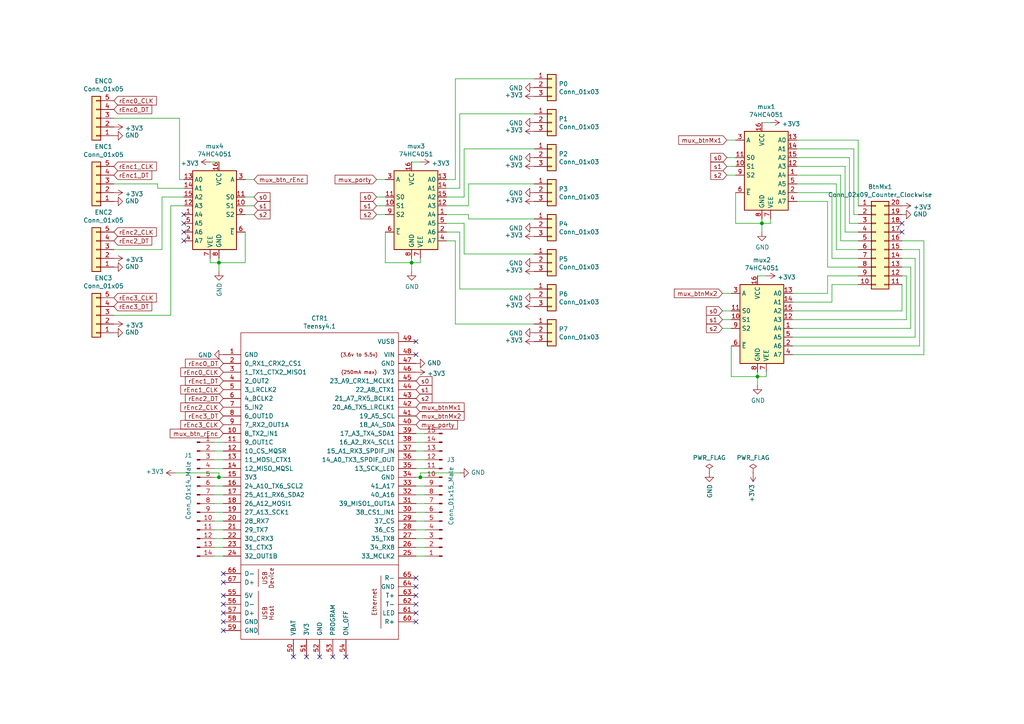
<source format=kicad_sch>
(kicad_sch (version 20211123) (generator eeschema)
  (paper "A4")
  (title_block (title "A³ Motion - Mainboard") (date "2021-08-04") (rev "v0.1") (company "A3 Audio UG (haftungsbeschränkt)") (comment 3 "https://github.com/a3-audio/a3-hardware") (comment 4 "Licensed under CERN-OHL-S v2"))
  (lib_symbols
    (symbol "controller_motion_pcb-rescue:+3.3V-power" (power) (pin_names (offset 0))
      (property "Value" "+3.3V-power" (at 0 3.556 0))
      (symbol "+3.3V-power_0_1"
        (polyline (pts (xy -0.762 1.27) (xy 0 2.54)))
        (polyline (pts (xy 0 0) (xy 0 2.54)))
        (polyline (pts (xy 0 2.54) (xy 0.762 1.27)))
      )
      (symbol "+3.3V-power_1_1"
        (pin power_in line (at 0 0 90) (length 0) hide (name "+3V3") (number "1"))
      )
    )
    (symbol "controller_motion_pcb-rescue:74HC4051-74xx"
      (property "Reference" "U" (at -5.08 11.43 0))
      (property "Value" "74HC4051-74xx" (at -7.62 -13.97 0))
      (symbol "74HC4051-74xx_0_1"
        (rectangle (start -5.08 10.16) (end 7.62 -12.7) (stroke (width 0.254)) (fill (type background)))
      )
      (symbol "74HC4051-74xx_1_1"
        (pin passive line (at 10.16 -2.54 180) (length 2.54) (name "A4") (number "1"))
        (pin input line (at -7.62 0 0) (length 2.54) (name "S1") (number "10"))
        (pin input line (at -7.62 2.54 0) (length 2.54) (name "S0") (number "11"))
        (pin passive line (at 10.16 0 180) (length 2.54) (name "A3") (number "12"))
        (pin passive line (at 10.16 7.62 180) (length 2.54) (name "A0") (number "13"))
        (pin passive line (at 10.16 5.08 180) (length 2.54) (name "A1") (number "14"))
        (pin passive line (at 10.16 2.54 180) (length 2.54) (name "A2") (number "15"))
        (pin power_in line (at 0 12.7 270) (length 2.54) (name "VCC") (number "16"))
        (pin passive line (at 10.16 -7.62 180) (length 2.54) (name "A6") (number "2"))
        (pin passive line (at -7.62 7.62 0) (length 2.54) (name "A") (number "3"))
        (pin passive line (at 10.16 -10.16 180) (length 2.54) (name "A7") (number "4"))
        (pin passive line (at 10.16 -5.08 180) (length 2.54) (name "A5") (number "5"))
        (pin input line (at -7.62 -7.62 0) (length 2.54) (name "~{E}") (number "6"))
        (pin power_in line (at 2.54 -15.24 90) (length 2.54) (name "VEE") (number "7"))
        (pin power_in line (at 0 -15.24 90) (length 2.54) (name "GND") (number "8"))
        (pin input line (at -7.62 -2.54 0) (length 2.54) (name "S2") (number "9"))
      )
    )
    (symbol "controller_motion_pcb-rescue:Conn_01x03-Connector_Generic" (pin_names (offset 1.016) hide)
      (property "Reference" "J" (at 0 5.08 0))
      (property "Value" "Conn_01x03-Connector_Generic" (at 0 -5.08 0))
      (symbol "Conn_01x03-Connector_Generic_1_1"
        (rectangle (start -1.27 -2.413) (end 0 -2.667) (stroke (width 0.1524)))
        (rectangle (start -1.27 0.127) (end 0 -0.127) (stroke (width 0.1524)))
        (rectangle (start -1.27 2.667) (end 0 2.413) (stroke (width 0.1524)))
        (rectangle (start -1.27 3.81) (end 1.27 -3.81) (stroke (width 0.254)) (fill (type background)))
        (pin passive line (at -5.08 2.54 0) (length 3.81) (name "Pin_1") (number "1"))
        (pin passive line (at -5.08 0 0) (length 3.81) (name "Pin_2") (number "2"))
        (pin passive line (at -5.08 -2.54 0) (length 3.81) (name "Pin_3") (number "3"))
      )
    )
    (symbol "controller_motion_pcb-rescue:Conn_01x05-Connector_Generic" (pin_names (offset 1.016) hide)
      (property "Reference" "J" (at 0 7.62 0))
      (property "Value" "Conn_01x05-Connector_Generic" (at 0 -7.62 0))
      (symbol "Conn_01x05-Connector_Generic_1_1"
        (rectangle (start -1.27 -4.953) (end 0 -5.207) (stroke (width 0.1524)))
        (rectangle (start -1.27 -2.413) (end 0 -2.667) (stroke (width 0.1524)))
        (rectangle (start -1.27 0.127) (end 0 -0.127) (stroke (width 0.1524)))
        (rectangle (start -1.27 2.667) (end 0 2.413) (stroke (width 0.1524)))
        (rectangle (start -1.27 5.207) (end 0 4.953) (stroke (width 0.1524)))
        (rectangle (start -1.27 6.35) (end 1.27 -6.35) (stroke (width 0.254)) (fill (type background)))
        (pin passive line (at -5.08 5.08 0) (length 3.81) (name "Pin_1") (number "1"))
        (pin passive line (at -5.08 2.54 0) (length 3.81) (name "Pin_2") (number "2"))
        (pin passive line (at -5.08 0 0) (length 3.81) (name "Pin_3") (number "3"))
        (pin passive line (at -5.08 -2.54 0) (length 3.81) (name "Pin_4") (number "4"))
        (pin passive line (at -5.08 -5.08 0) (length 3.81) (name "Pin_5") (number "5"))
      )
    )
    (symbol "controller_motion_pcb-rescue:Conn_01x14_Male-Connector" (pin_names (offset 1.016) hide)
      (property "Reference" "J" (at 0 17.78 0))
      (property "Value" "Conn_01x14_Male-Connector" (at 0 -20.32 0))
      (symbol "Conn_01x14_Male-Connector_1_1"
        (polyline (pts (xy 1.27 -17.78) (xy 0.8636 -17.78)) (stroke (width 0.1524)))
        (polyline (pts (xy 1.27 -15.24) (xy 0.8636 -15.24)) (stroke (width 0.1524)))
        (polyline (pts (xy 1.27 -12.7) (xy 0.8636 -12.7)) (stroke (width 0.1524)))
        (polyline (pts (xy 1.27 -10.16) (xy 0.8636 -10.16)) (stroke (width 0.1524)))
        (polyline (pts (xy 1.27 -7.62) (xy 0.8636 -7.62)) (stroke (width 0.1524)))
        (polyline (pts (xy 1.27 -5.08) (xy 0.8636 -5.08)) (stroke (width 0.1524)))
        (polyline (pts (xy 1.27 -2.54) (xy 0.8636 -2.54)) (stroke (width 0.1524)))
        (polyline (pts (xy 1.27 0) (xy 0.8636 0)) (stroke (width 0.1524)))
        (polyline (pts (xy 1.27 2.54) (xy 0.8636 2.54)) (stroke (width 0.1524)))
        (polyline (pts (xy 1.27 5.08) (xy 0.8636 5.08)) (stroke (width 0.1524)))
        (polyline (pts (xy 1.27 7.62) (xy 0.8636 7.62)) (stroke (width 0.1524)))
        (polyline (pts (xy 1.27 10.16) (xy 0.8636 10.16)) (stroke (width 0.1524)))
        (polyline (pts (xy 1.27 12.7) (xy 0.8636 12.7)) (stroke (width 0.1524)))
        (polyline (pts (xy 1.27 15.24) (xy 0.8636 15.24)) (stroke (width 0.1524)))
        (rectangle (start 0.8636 -17.653) (end 0 -17.907) (stroke (width 0.1524)) (fill (type outline)))
        (rectangle (start 0.8636 -15.113) (end 0 -15.367) (stroke (width 0.1524)) (fill (type outline)))
        (rectangle (start 0.8636 -12.573) (end 0 -12.827) (stroke (width 0.1524)) (fill (type outline)))
        (rectangle (start 0.8636 -10.033) (end 0 -10.287) (stroke (width 0.1524)) (fill (type outline)))
        (rectangle (start 0.8636 -7.493) (end 0 -7.747) (stroke (width 0.1524)) (fill (type outline)))
        (rectangle (start 0.8636 -4.953) (end 0 -5.207) (stroke (width 0.1524)) (fill (type outline)))
        (rectangle (start 0.8636 -2.413) (end 0 -2.667) (stroke (width 0.1524)) (fill (type outline)))
        (rectangle (start 0.8636 0.127) (end 0 -0.127) (stroke (width 0.1524)) (fill (type outline)))
        (rectangle (start 0.8636 2.667) (end 0 2.413) (stroke (width 0.1524)) (fill (type outline)))
        (rectangle (start 0.8636 5.207) (end 0 4.953) (stroke (width 0.1524)) (fill (type outline)))
        (rectangle (start 0.8636 7.747) (end 0 7.493) (stroke (width 0.1524)) (fill (type outline)))
        (rectangle (start 0.8636 10.287) (end 0 10.033) (stroke (width 0.1524)) (fill (type outline)))
        (rectangle (start 0.8636 12.827) (end 0 12.573) (stroke (width 0.1524)) (fill (type outline)))
        (rectangle (start 0.8636 15.367) (end 0 15.113) (stroke (width 0.1524)) (fill (type outline)))
        (pin passive line (at 5.08 15.24 180) (length 3.81) (name "Pin_1") (number "1"))
        (pin passive line (at 5.08 -7.62 180) (length 3.81) (name "Pin_10") (number "10"))
        (pin passive line (at 5.08 -10.16 180) (length 3.81) (name "Pin_11") (number "11"))
        (pin passive line (at 5.08 -12.7 180) (length 3.81) (name "Pin_12") (number "12"))
        (pin passive line (at 5.08 -15.24 180) (length 3.81) (name "Pin_13") (number "13"))
        (pin passive line (at 5.08 -17.78 180) (length 3.81) (name "Pin_14") (number "14"))
        (pin passive line (at 5.08 12.7 180) (length 3.81) (name "Pin_2") (number "2"))
        (pin passive line (at 5.08 10.16 180) (length 3.81) (name "Pin_3") (number "3"))
        (pin passive line (at 5.08 7.62 180) (length 3.81) (name "Pin_4") (number "4"))
        (pin passive line (at 5.08 5.08 180) (length 3.81) (name "Pin_5") (number "5"))
        (pin passive line (at 5.08 2.54 180) (length 3.81) (name "Pin_6") (number "6"))
        (pin passive line (at 5.08 0 180) (length 3.81) (name "Pin_7") (number "7"))
        (pin passive line (at 5.08 -2.54 180) (length 3.81) (name "Pin_8") (number "8"))
        (pin passive line (at 5.08 -5.08 180) (length 3.81) (name "Pin_9") (number "9"))
      )
    )
    (symbol "controller_motion_pcb-rescue:Conn_01x15_Male-Connector" (pin_names (offset 1.016) hide)
      (property "Reference" "J" (at 0 20.32 0))
      (property "Value" "Conn_01x15_Male-Connector" (at 0 -20.32 0))
      (symbol "Conn_01x15_Male-Connector_1_1"
        (polyline (pts (xy 1.27 -17.78) (xy 0.8636 -17.78)) (stroke (width 0.1524)))
        (polyline (pts (xy 1.27 -15.24) (xy 0.8636 -15.24)) (stroke (width 0.1524)))
        (polyline (pts (xy 1.27 -12.7) (xy 0.8636 -12.7)) (stroke (width 0.1524)))
        (polyline (pts (xy 1.27 -10.16) (xy 0.8636 -10.16)) (stroke (width 0.1524)))
        (polyline (pts (xy 1.27 -7.62) (xy 0.8636 -7.62)) (stroke (width 0.1524)))
        (polyline (pts (xy 1.27 -5.08) (xy 0.8636 -5.08)) (stroke (width 0.1524)))
        (polyline (pts (xy 1.27 -2.54) (xy 0.8636 -2.54)) (stroke (width 0.1524)))
        (polyline (pts (xy 1.27 0) (xy 0.8636 0)) (stroke (width 0.1524)))
        (polyline (pts (xy 1.27 2.54) (xy 0.8636 2.54)) (stroke (width 0.1524)))
        (polyline (pts (xy 1.27 5.08) (xy 0.8636 5.08)) (stroke (width 0.1524)))
        (polyline (pts (xy 1.27 7.62) (xy 0.8636 7.62)) (stroke (width 0.1524)))
        (polyline (pts (xy 1.27 10.16) (xy 0.8636 10.16)) (stroke (width 0.1524)))
        (polyline (pts (xy 1.27 12.7) (xy 0.8636 12.7)) (stroke (width 0.1524)))
        (polyline (pts (xy 1.27 15.24) (xy 0.8636 15.24)) (stroke (width 0.1524)))
        (polyline (pts (xy 1.27 17.78) (xy 0.8636 17.78)) (stroke (width 0.1524)))
        (rectangle (start 0.8636 -17.653) (end 0 -17.907) (stroke (width 0.1524)) (fill (type outline)))
        (rectangle (start 0.8636 -15.113) (end 0 -15.367) (stroke (width 0.1524)) (fill (type outline)))
        (rectangle (start 0.8636 -12.573) (end 0 -12.827) (stroke (width 0.1524)) (fill (type outline)))
        (rectangle (start 0.8636 -10.033) (end 0 -10.287) (stroke (width 0.1524)) (fill (type outline)))
        (rectangle (start 0.8636 -7.493) (end 0 -7.747) (stroke (width 0.1524)) (fill (type outline)))
        (rectangle (start 0.8636 -4.953) (end 0 -5.207) (stroke (width 0.1524)) (fill (type outline)))
        (rectangle (start 0.8636 -2.413) (end 0 -2.667) (stroke (width 0.1524)) (fill (type outline)))
        (rectangle (start 0.8636 0.127) (end 0 -0.127) (stroke (width 0.1524)) (fill (type outline)))
        (rectangle (start 0.8636 2.667) (end 0 2.413) (stroke (width 0.1524)) (fill (type outline)))
        (rectangle (start 0.8636 5.207) (end 0 4.953) (stroke (width 0.1524)) (fill (type outline)))
        (rectangle (start 0.8636 7.747) (end 0 7.493) (stroke (width 0.1524)) (fill (type outline)))
        (rectangle (start 0.8636 10.287) (end 0 10.033) (stroke (width 0.1524)) (fill (type outline)))
        (rectangle (start 0.8636 12.827) (end 0 12.573) (stroke (width 0.1524)) (fill (type outline)))
        (rectangle (start 0.8636 15.367) (end 0 15.113) (stroke (width 0.1524)) (fill (type outline)))
        (rectangle (start 0.8636 17.907) (end 0 17.653) (stroke (width 0.1524)) (fill (type outline)))
        (pin passive line (at 5.08 17.78 180) (length 3.81) (name "Pin_1") (number "1"))
        (pin passive line (at 5.08 -5.08 180) (length 3.81) (name "Pin_10") (number "10"))
        (pin passive line (at 5.08 -7.62 180) (length 3.81) (name "Pin_11") (number "11"))
        (pin passive line (at 5.08 -10.16 180) (length 3.81) (name "Pin_12") (number "12"))
        (pin passive line (at 5.08 -12.7 180) (length 3.81) (name "Pin_13") (number "13"))
        (pin passive line (at 5.08 -15.24 180) (length 3.81) (name "Pin_14") (number "14"))
        (pin passive line (at 5.08 -17.78 180) (length 3.81) (name "Pin_15") (number "15"))
        (pin passive line (at 5.08 15.24 180) (length 3.81) (name "Pin_2") (number "2"))
        (pin passive line (at 5.08 12.7 180) (length 3.81) (name "Pin_3") (number "3"))
        (pin passive line (at 5.08 10.16 180) (length 3.81) (name "Pin_4") (number "4"))
        (pin passive line (at 5.08 7.62 180) (length 3.81) (name "Pin_5") (number "5"))
        (pin passive line (at 5.08 5.08 180) (length 3.81) (name "Pin_6") (number "6"))
        (pin passive line (at 5.08 2.54 180) (length 3.81) (name "Pin_7") (number "7"))
        (pin passive line (at 5.08 0 180) (length 3.81) (name "Pin_8") (number "8"))
        (pin passive line (at 5.08 -2.54 180) (length 3.81) (name "Pin_9") (number "9"))
      )
    )
    (symbol "controller_motion_pcb-rescue:Conn_02x10_Counter_Clockwise-Connector_Generic" (pin_names (offset 1.016) hide)
      (property "Reference" "J" (at 1.27 12.7 0))
      (property "Value" "Conn_02x10_Counter_Clockwise-Connector_Generic" (at 1.27 -15.24 0))
      (symbol "Conn_02x10_Counter_Clockwise-Connector_Generic_1_1"
        (rectangle (start -1.27 -12.573) (end 0 -12.827) (stroke (width 0.1524)))
        (rectangle (start -1.27 -10.033) (end 0 -10.287) (stroke (width 0.1524)))
        (rectangle (start -1.27 -7.493) (end 0 -7.747) (stroke (width 0.1524)))
        (rectangle (start -1.27 -4.953) (end 0 -5.207) (stroke (width 0.1524)))
        (rectangle (start -1.27 -2.413) (end 0 -2.667) (stroke (width 0.1524)))
        (rectangle (start -1.27 0.127) (end 0 -0.127) (stroke (width 0.1524)))
        (rectangle (start -1.27 2.667) (end 0 2.413) (stroke (width 0.1524)))
        (rectangle (start -1.27 5.207) (end 0 4.953) (stroke (width 0.1524)))
        (rectangle (start -1.27 7.747) (end 0 7.493) (stroke (width 0.1524)))
        (rectangle (start -1.27 10.287) (end 0 10.033) (stroke (width 0.1524)))
        (rectangle (start -1.27 11.43) (end 3.81 -13.97) (stroke (width 0.254)) (fill (type background)))
        (rectangle (start 3.81 -12.573) (end 2.54 -12.827) (stroke (width 0.1524)))
        (rectangle (start 3.81 -10.033) (end 2.54 -10.287) (stroke (width 0.1524)))
        (rectangle (start 3.81 -7.493) (end 2.54 -7.747) (stroke (width 0.1524)))
        (rectangle (start 3.81 -4.953) (end 2.54 -5.207) (stroke (width 0.1524)))
        (rectangle (start 3.81 -2.413) (end 2.54 -2.667) (stroke (width 0.1524)))
        (rectangle (start 3.81 0.127) (end 2.54 -0.127) (stroke (width 0.1524)))
        (rectangle (start 3.81 2.667) (end 2.54 2.413) (stroke (width 0.1524)))
        (rectangle (start 3.81 5.207) (end 2.54 4.953) (stroke (width 0.1524)))
        (rectangle (start 3.81 7.747) (end 2.54 7.493) (stroke (width 0.1524)))
        (rectangle (start 3.81 10.287) (end 2.54 10.033) (stroke (width 0.1524)))
        (pin passive line (at -5.08 10.16 0) (length 3.81) (name "Pin_1") (number "1"))
        (pin passive line (at -5.08 -12.7 0) (length 3.81) (name "Pin_10") (number "10"))
        (pin passive line (at 7.62 -12.7 180) (length 3.81) (name "Pin_11") (number "11"))
        (pin passive line (at 7.62 -10.16 180) (length 3.81) (name "Pin_12") (number "12"))
        (pin passive line (at 7.62 -7.62 180) (length 3.81) (name "Pin_13") (number "13"))
        (pin passive line (at 7.62 -5.08 180) (length 3.81) (name "Pin_14") (number "14"))
        (pin passive line (at 7.62 -2.54 180) (length 3.81) (name "Pin_15") (number "15"))
        (pin passive line (at 7.62 0 180) (length 3.81) (name "Pin_16") (number "16"))
        (pin passive line (at 7.62 2.54 180) (length 3.81) (name "Pin_17") (number "17"))
        (pin passive line (at 7.62 5.08 180) (length 3.81) (name "Pin_18") (number "18"))
        (pin passive line (at 7.62 7.62 180) (length 3.81) (name "Pin_19") (number "19"))
        (pin passive line (at -5.08 7.62 0) (length 3.81) (name "Pin_2") (number "2"))
        (pin passive line (at 7.62 10.16 180) (length 3.81) (name "Pin_20") (number "20"))
        (pin passive line (at -5.08 5.08 0) (length 3.81) (name "Pin_3") (number "3"))
        (pin passive line (at -5.08 2.54 0) (length 3.81) (name "Pin_4") (number "4"))
        (pin passive line (at -5.08 0 0) (length 3.81) (name "Pin_5") (number "5"))
        (pin passive line (at -5.08 -2.54 0) (length 3.81) (name "Pin_6") (number "6"))
        (pin passive line (at -5.08 -5.08 0) (length 3.81) (name "Pin_7") (number "7"))
        (pin passive line (at -5.08 -7.62 0) (length 3.81) (name "Pin_8") (number "8"))
        (pin passive line (at -5.08 -10.16 0) (length 3.81) (name "Pin_9") (number "9"))
      )
    )
    (symbol "controller_motion_pcb-rescue:GND-power" (power) (pin_names (offset 0))
      (property "Value" "GND-power" (at 0 -3.81 0))
      (symbol "GND-power_0_1"
        (polyline (pts (xy 0 0) (xy 0 -1.27) (xy 1.27 -1.27) (xy 0 -2.54) (xy -1.27 -1.27) (xy 0 -1.27)))
      )
      (symbol "GND-power_1_1"
        (pin power_in line (at 0 0 270) (length 0) hide (name "GND") (number "1"))
      )
    )
    (symbol "controller_motion_pcb-rescue:PWR_FLAG-power" (power) (pin_numbers hide) (pin_names (offset 0) hide)
      (property "Value" "PWR_FLAG-power" (at 0 3.81 0))
      (symbol "PWR_FLAG-power_0_0"
        (pin power_out line (at 0 0 90) (length 0) (name "pwr") (number "1"))
      )
      (symbol "PWR_FLAG-power_0_1"
        (polyline (pts (xy 0 0) (xy 0 1.27) (xy -1.016 1.905) (xy 0 2.54) (xy 1.016 1.905) (xy 0 1.27)))
      )
    )
    (symbol "controller_motion_pcb-rescue:Teensy4.1-teensy" (pin_names (offset 1.016))
      (property "Reference" "U" (at 0 64.77 0))
      (property "Value" "Teensy4.1-teensy" (at 0 62.23 0))
      (symbol "Teensy4.1-teensy_0_0"
        (polyline (pts (xy -22.86 -6.35) (xy 22.86 -6.35)))
        (polyline (pts (xy -17.78 -26.67) (xy -17.78 -13.97)))
        (polyline (pts (xy -17.78 -7.62) (xy -17.78 -12.7)))
        (polyline (pts (xy 17.78 -9.525) (xy 17.78 -24.765)))
        (text "(250mA max)" (at 11.43 49.53 0) (effects (font (size 1.016 1.016))))
        (text "(3.6v to 5.5v)" (at 11.43 54.61 0) (effects (font (size 1.016 1.016))))
        (text "Device" (at -13.97 -10.16 900) (effects (font (size 1.27 1.27))))
        (text "Ethernet" (at 15.875 -17.145 900) (effects (font (size 1.27 1.27))))
        (text "Host" (at -13.97 -20.32 900) (effects (font (size 1.27 1.27))))
        (text "USB" (at -15.875 -20.32 900) (effects (font (size 1.27 1.27))))
        (text "USB" (at -15.875 -10.16 900) (effects (font (size 1.27 1.27))))
        (pin bidirectional line (at -27.94 31.75 0) (length 5.08) (name "8_TX2_IN1") (number "10"))
        (pin bidirectional line (at -27.94 29.21 0) (length 5.08) (name "9_OUT1C") (number "11"))
        (pin bidirectional line (at -27.94 26.67 0) (length 5.08) (name "10_CS_MQSR") (number "12"))
        (pin bidirectional line (at -27.94 24.13 0) (length 5.08) (name "11_MOSI_CTX1") (number "13"))
        (pin bidirectional line (at -27.94 21.59 0) (length 5.08) (name "12_MISO_MQSL") (number "14"))
        (pin power_in line (at -27.94 19.05 0) (length 5.08) (name "3V3") (number "15"))
        (pin bidirectional line (at -27.94 16.51 0) (length 5.08) (name "24_A10_TX6_SCL2") (number "16"))
        (pin bidirectional line (at -27.94 13.97 0) (length 5.08) (name "25_A11_RX6_SDA2") (number "17"))
        (pin bidirectional line (at -27.94 11.43 0) (length 5.08) (name "26_A12_MOSI1") (number "18"))
        (pin bidirectional line (at -27.94 8.89 0) (length 5.08) (name "27_A13_SCK1") (number "19"))
        (pin bidirectional line (at -27.94 6.35 0) (length 5.08) (name "28_RX7") (number "20"))
        (pin bidirectional line (at -27.94 3.81 0) (length 5.08) (name "29_TX7") (number "21"))
        (pin bidirectional line (at -27.94 1.27 0) (length 5.08) (name "30_CRX3") (number "22"))
        (pin bidirectional line (at -27.94 -1.27 0) (length 5.08) (name "31_CTX3") (number "23"))
        (pin bidirectional line (at -27.94 -3.81 0) (length 5.08) (name "32_OUT1B") (number "24"))
        (pin bidirectional line (at 27.94 -3.81 180) (length 5.08) (name "33_MCLK2") (number "25"))
        (pin bidirectional line (at 27.94 -1.27 180) (length 5.08) (name "34_RX8") (number "26"))
        (pin bidirectional line (at 27.94 1.27 180) (length 5.08) (name "35_TX8") (number "27"))
        (pin bidirectional line (at 27.94 3.81 180) (length 5.08) (name "36_CS") (number "28"))
        (pin bidirectional line (at 27.94 6.35 180) (length 5.08) (name "37_CS") (number "29"))
        (pin bidirectional line (at 27.94 8.89 180) (length 5.08) (name "38_CS1_IN1") (number "30"))
        (pin bidirectional line (at 27.94 11.43 180) (length 5.08) (name "39_MISO1_OUT1A") (number "31"))
        (pin bidirectional line (at 27.94 13.97 180) (length 5.08) (name "40_A16") (number "32"))
        (pin bidirectional line (at 27.94 16.51 180) (length 5.08) (name "41_A17") (number "33"))
        (pin bidirectional line (at 27.94 21.59 180) (length 5.08) (name "13_SCK_LED") (number "35"))
        (pin bidirectional line (at 27.94 24.13 180) (length 5.08) (name "14_A0_TX3_SPDIF_OUT") (number "36"))
        (pin bidirectional line (at 27.94 26.67 180) (length 5.08) (name "15_A1_RX3_SPDIF_IN") (number "37"))
        (pin bidirectional line (at 27.94 29.21 180) (length 5.08) (name "16_A2_RX4_SCL1") (number "38"))
        (pin bidirectional line (at 27.94 31.75 180) (length 5.08) (name "17_A3_TX4_SDA1") (number "39"))
        (pin bidirectional line (at 27.94 34.29 180) (length 5.08) (name "18_A4_SDA") (number "40"))
        (pin bidirectional line (at 27.94 36.83 180) (length 5.08) (name "19_A5_SCL") (number "41"))
        (pin bidirectional line (at 27.94 39.37 180) (length 5.08) (name "20_A6_TX5_LRCLK1") (number "42"))
        (pin bidirectional line (at 27.94 41.91 180) (length 5.08) (name "21_A7_RX5_BCLK1") (number "43"))
        (pin bidirectional line (at 27.94 44.45 180) (length 5.08) (name "22_A8_CTX1") (number "44"))
        (pin bidirectional line (at 27.94 46.99 180) (length 5.08) (name "23_A9_CRX1_MCLK1") (number "45"))
        (pin power_in line (at 27.94 49.53 180) (length 5.08) (name "3V3") (number "46"))
        (pin power_in line (at 27.94 52.07 180) (length 5.08) (name "GND") (number "47"))
        (pin power_in line (at 27.94 54.61 180) (length 5.08) (name "VIN") (number "48"))
        (pin power_out line (at 27.94 58.42 180) (length 5.08) (name "VUSB") (number "49"))
        (pin bidirectional line (at -27.94 44.45 0) (length 5.08) (name "3_LRCLK2") (number "5"))
        (pin power_in line (at -7.62 -33.02 90) (length 5.08) (name "VBAT") (number "50"))
        (pin power_in line (at -3.81 -33.02 90) (length 5.08) (name "3V3") (number "51"))
        (pin power_out line (at 0 -33.02 90) (length 5.08) (name "GND") (number "52"))
        (pin input line (at 3.81 -33.02 90) (length 5.08) (name "PROGRAM") (number "53"))
        (pin input line (at 7.62 -33.02 90) (length 5.08) (name "ON_OFF") (number "54"))
        (pin power_out line (at -27.94 -15.24 0) (length 5.08) (name "5V") (number "55"))
        (pin bidirectional line (at -27.94 -17.78 0) (length 5.08) (name "D-") (number "56"))
        (pin bidirectional line (at -27.94 -20.32 0) (length 5.08) (name "D+") (number "57"))
        (pin power_in line (at -27.94 -22.86 0) (length 5.08) (name "GND") (number "58"))
        (pin power_in line (at -27.94 -25.4 0) (length 5.08) (name "GND") (number "59"))
        (pin bidirectional line (at -27.94 41.91 0) (length 5.08) (name "4_BCLK2") (number "6"))
        (pin bidirectional line (at 27.94 -22.86 180) (length 5.08) (name "R+") (number "60"))
        (pin bidirectional line (at 27.94 -20.32 180) (length 5.08) (name "LED") (number "61"))
        (pin bidirectional line (at 27.94 -17.78 180) (length 5.08) (name "T-") (number "62"))
        (pin bidirectional line (at 27.94 -15.24 180) (length 5.08) (name "T+") (number "63"))
        (pin power_in line (at 27.94 -12.7 180) (length 5.08) (name "GND") (number "64"))
        (pin bidirectional line (at 27.94 -10.16 180) (length 5.08) (name "R-") (number "65"))
        (pin bidirectional line (at -27.94 -8.89 0) (length 5.08) (name "D-") (number "66"))
        (pin bidirectional line (at -27.94 -11.43 0) (length 5.08) (name "D+") (number "67"))
        (pin bidirectional line (at -27.94 39.37 0) (length 5.08) (name "5_IN2") (number "7"))
        (pin bidirectional line (at -27.94 36.83 0) (length 5.08) (name "6_OUT1D") (number "8"))
        (pin bidirectional line (at -27.94 34.29 0) (length 5.08) (name "7_RX2_OUT1A") (number "9"))
      )
      (symbol "Teensy4.1-teensy_0_1"
        (rectangle (start -22.86 60.96) (end 22.86 -27.94))
        (rectangle (start -20.32 -1.27) (end -20.32 -1.27))
      )
      (symbol "Teensy4.1-teensy_1_1"
        (pin power_in line (at -27.94 54.61 0) (length 5.08) (name "GND") (number "1"))
        (pin bidirectional line (at -27.94 52.07 0) (length 5.08) (name "0_RX1_CRX2_CS1") (number "2"))
        (pin bidirectional line (at -27.94 49.53 0) (length 5.08) (name "1_TX1_CTX2_MISO1") (number "3"))
        (pin power_in line (at 27.94 19.05 180) (length 5.08) (name "GND") (number "34"))
        (pin bidirectional line (at -27.94 46.99 0) (length 5.08) (name "2_OUT2") (number "4"))
      )
    )
  )
  (junction (at 220.98 64.77))
  (junction (at 219.71 109.22))
  (junction (at 63.5 138.43))
  (junction (at 63.5 76.2))
  (junction (at 119.38 76.2))
  (junction (at 121.92 138.43))
  (no_connect (at 120.65 167.64))
  (no_connect (at 53.34 64.77))
  (no_connect (at 120.65 177.8))
  (no_connect (at 261.62 67.31))
  (no_connect (at 64.77 166.37))
  (no_connect (at 64.77 175.26))
  (no_connect (at 120.65 172.72))
  (no_connect (at 88.9 190.5))
  (no_connect (at 53.34 62.23))
  (no_connect (at 64.77 180.34))
  (no_connect (at 120.65 102.87))
  (no_connect (at 64.77 177.8))
  (no_connect (at 120.65 170.18))
  (no_connect (at 53.34 69.85))
  (no_connect (at 64.77 172.72))
  (no_connect (at 64.77 168.91))
  (no_connect (at 120.65 99.06))
  (no_connect (at 96.52 190.5))
  (no_connect (at 53.34 67.31))
  (no_connect (at 64.77 182.88))
  (no_connect (at 85.09 190.5))
  (no_connect (at 120.65 175.26))
  (no_connect (at 92.71 190.5))
  (no_connect (at 100.33 190.5))
  (no_connect (at 120.65 180.34))
  (no_connect (at 261.62 64.77))
  (wire (pts (xy 120.65 151.13) (xy 123.19 151.13)))
  (wire (pts (xy 63.5 46.99) (xy 60.96 46.99)))
  (wire (pts (xy 219.71 109.22) (xy 219.71 111.76)))
  (wire (pts (xy 120.65 153.67) (xy 123.19 153.67)))
  (wire (pts (xy 222.25 109.22) (xy 219.71 109.22)))
  (wire (pts (xy 52.07 52.07) (xy 53.34 52.07)))
  (wire (pts (xy 62.23 146.05) (xy 64.77 146.05)))
  (wire (pts (xy 62.23 130.81) (xy 64.77 130.81)))
  (wire (pts (xy 46.99 57.15) (xy 53.34 57.15)))
  (wire (pts (xy 120.65 143.51) (xy 123.19 143.51)))
  (wire (pts (xy 62.23 140.97) (xy 64.77 140.97)))
  (wire (pts (xy 62.23 143.51) (xy 64.77 143.51)))
  (wire (pts (xy 220.98 35.56) (xy 223.52 35.56)))
  (wire (pts (xy 135.89 53.34) (xy 154.94 53.34)))
  (wire (pts (xy 132.08 69.85) (xy 132.08 93.98)))
  (wire (pts (xy 120.65 135.89) (xy 123.19 135.89)))
  (wire (pts (xy 267.97 102.87) (xy 267.97 69.85)))
  (wire (pts (xy 213.36 45.72) (xy 210.82 45.72)))
  (wire (pts (xy 62.23 161.29) (xy 64.77 161.29)))
  (wire (pts (xy 241.3 74.93) (xy 248.92 74.93)))
  (wire (pts (xy 245.11 48.26) (xy 245.11 67.31)))
  (wire (pts (xy 242.57 53.34) (xy 242.57 72.39)))
  (wire (pts (xy 133.35 67.31) (xy 133.35 83.82)))
  (wire (pts (xy 241.3 82.55) (xy 248.92 82.55)))
  (wire (pts (xy 119.38 74.93) (xy 119.38 76.2)))
  (wire (pts (xy 231.14 43.18) (xy 247.65 43.18)))
  (wire (pts (xy 229.87 97.79) (xy 265.43 97.79)))
  (wire (pts (xy 52.07 34.29) (xy 52.07 52.07)))
  (wire (pts (xy 229.87 92.71) (xy 262.89 92.71)))
  (wire (pts (xy 212.09 90.17) (xy 209.55 90.17)))
  (wire (pts (xy 231.14 53.34) (xy 242.57 53.34)))
  (wire (pts (xy 111.76 57.15) (xy 109.22 57.15)))
  (wire (pts (xy 266.7 72.39) (xy 261.62 72.39)))
  (wire (pts (xy 50.8 137.16) (xy 63.5 137.16)))
  (wire (pts (xy 120.65 125.73) (xy 123.19 125.73)))
  (wire (pts (xy 49.53 91.44) (xy 49.53 59.69)))
  (wire (pts (xy 212.09 100.33) (xy 212.09 109.22)))
  (wire (pts (xy 264.16 77.47) (xy 261.62 77.47)))
  (wire (pts (xy 63.5 138.43) (xy 64.77 138.43)))
  (wire (pts (xy 60.96 76.2) (xy 63.5 76.2)))
  (wire (pts (xy 62.23 138.43) (xy 63.5 138.43)))
  (wire (pts (xy 62.23 148.59) (xy 64.77 148.59)))
  (wire (pts (xy 33.02 72.39) (xy 46.99 72.39)))
  (wire (pts (xy 132.08 22.86) (xy 154.94 22.86)))
  (wire (pts (xy 243.84 50.8) (xy 243.84 69.85)))
  (wire (pts (xy 213.36 50.8) (xy 210.82 50.8)))
  (wire (pts (xy 133.35 83.82) (xy 154.94 83.82)))
  (wire (pts (xy 262.89 92.71) (xy 262.89 80.01)))
  (wire (pts (xy 229.87 87.63) (xy 241.3 87.63)))
  (wire (pts (xy 241.3 87.63) (xy 241.3 82.55)))
  (wire (pts (xy 229.87 85.09) (xy 240.03 85.09)))
  (wire (pts (xy 262.89 80.01) (xy 261.62 80.01)))
  (wire (pts (xy 129.54 59.69) (xy 135.89 59.69)))
  (wire (pts (xy 71.12 52.07) (xy 73.66 52.07)))
  (wire (pts (xy 242.57 72.39) (xy 248.92 72.39)))
  (wire (pts (xy 231.14 58.42) (xy 240.03 58.42)))
  (wire (pts (xy 71.12 76.2) (xy 63.5 76.2)))
  (wire (pts (xy 229.87 102.87) (xy 267.97 102.87)))
  (wire (pts (xy 264.16 95.25) (xy 264.16 77.47)))
  (wire (pts (xy 231.14 55.88) (xy 241.3 55.88)))
  (wire (pts (xy 212.09 92.71) (xy 209.55 92.71)))
  (wire (pts (xy 231.14 45.72) (xy 246.38 45.72)))
  (wire (pts (xy 119.38 46.99) (xy 121.92 46.99)))
  (wire (pts (xy 121.92 76.2) (xy 119.38 76.2)))
  (wire (pts (xy 120.65 156.21) (xy 123.19 156.21)))
  (wire (pts (xy 63.5 74.93) (xy 63.5 76.2)))
  (wire (pts (xy 213.36 48.26) (xy 210.82 48.26)))
  (wire (pts (xy 46.99 72.39) (xy 46.99 57.15)))
  (wire (pts (xy 231.14 50.8) (xy 243.84 50.8)))
  (wire (pts (xy 33.02 53.34) (xy 45.72 53.34)))
  (wire (pts (xy 63.5 76.2) (xy 63.5 78.74)))
  (wire (pts (xy 223.52 63.5) (xy 223.52 64.77)))
  (wire (pts (xy 135.89 62.23) (xy 135.89 63.5)))
  (wire (pts (xy 111.76 76.2) (xy 119.38 76.2)))
  (wire (pts (xy 245.11 67.31) (xy 248.92 67.31)))
  (wire (pts (xy 111.76 62.23) (xy 109.22 62.23)))
  (wire (pts (xy 120.65 146.05) (xy 123.19 146.05)))
  (wire (pts (xy 247.65 62.23) (xy 248.92 62.23)))
  (wire (pts (xy 62.23 133.35) (xy 64.77 133.35)))
  (wire (pts (xy 62.23 158.75) (xy 64.77 158.75)))
  (wire (pts (xy 229.87 90.17) (xy 261.62 90.17)))
  (wire (pts (xy 212.09 85.09) (xy 209.55 85.09)))
  (wire (pts (xy 111.76 67.31) (xy 111.76 76.2)))
  (wire (pts (xy 120.65 148.59) (xy 123.19 148.59)))
  (wire (pts (xy 121.92 137.16) (xy 121.92 138.43)))
  (wire (pts (xy 121.92 138.43) (xy 123.19 138.43)))
  (wire (pts (xy 220.98 63.5) (xy 220.98 64.77)))
  (wire (pts (xy 213.36 64.77) (xy 220.98 64.77)))
  (wire (pts (xy 246.38 64.77) (xy 248.92 64.77)))
  (wire (pts (xy 240.03 85.09) (xy 240.03 80.01)))
  (wire (pts (xy 231.14 40.64) (xy 248.92 40.64)))
  (wire (pts (xy 33.02 34.29) (xy 52.07 34.29)))
  (wire (pts (xy 129.54 57.15) (xy 134.62 57.15)))
  (wire (pts (xy 129.54 54.61) (xy 133.35 54.61)))
  (wire (pts (xy 60.96 74.93) (xy 60.96 76.2)))
  (wire (pts (xy 71.12 57.15) (xy 73.66 57.15)))
  (wire (pts (xy 120.65 140.97) (xy 123.19 140.97)))
  (wire (pts (xy 135.89 63.5) (xy 154.94 63.5)))
  (wire (pts (xy 129.54 52.07) (xy 132.08 52.07)))
  (wire (pts (xy 266.7 100.33) (xy 266.7 72.39)))
  (wire (pts (xy 134.62 43.18) (xy 154.94 43.18)))
  (wire (pts (xy 119.38 78.74) (xy 119.38 76.2)))
  (wire (pts (xy 132.08 52.07) (xy 132.08 22.86)))
  (wire (pts (xy 240.03 58.42) (xy 240.03 77.47)))
  (wire (pts (xy 231.14 48.26) (xy 245.11 48.26)))
  (wire (pts (xy 120.65 130.81) (xy 123.19 130.81)))
  (wire (pts (xy 248.92 40.64) (xy 248.92 59.69)))
  (wire (pts (xy 213.36 55.88) (xy 213.36 64.77)))
  (wire (pts (xy 213.36 40.64) (xy 210.82 40.64)))
  (wire (pts (xy 129.54 67.31) (xy 133.35 67.31)))
  (wire (pts (xy 132.08 93.98) (xy 154.94 93.98)))
  (wire (pts (xy 222.25 107.95) (xy 222.25 109.22)))
  (wire (pts (xy 71.12 59.69) (xy 73.66 59.69)))
  (wire (pts (xy 49.53 59.69) (xy 53.34 59.69)))
  (wire (pts (xy 62.23 151.13) (xy 64.77 151.13)))
  (wire (pts (xy 62.23 128.27) (xy 64.77 128.27)))
  (wire (pts (xy 229.87 95.25) (xy 264.16 95.25)))
  (wire (pts (xy 243.84 69.85) (xy 248.92 69.85)))
  (wire (pts (xy 261.62 90.17) (xy 261.62 82.55)))
  (wire (pts (xy 247.65 43.18) (xy 247.65 62.23)))
  (wire (pts (xy 134.62 73.66) (xy 154.94 73.66)))
  (wire (pts (xy 129.54 69.85) (xy 132.08 69.85)))
  (wire (pts (xy 223.52 64.77) (xy 220.98 64.77)))
  (wire (pts (xy 120.65 133.35) (xy 123.19 133.35)))
  (wire (pts (xy 220.98 64.77) (xy 220.98 67.31)))
  (wire (pts (xy 219.71 80.01) (xy 222.25 80.01)))
  (wire (pts (xy 241.3 55.88) (xy 241.3 74.93)))
  (wire (pts (xy 120.65 161.29) (xy 123.19 161.29)))
  (wire (pts (xy 129.54 64.77) (xy 134.62 64.77)))
  (wire (pts (xy 71.12 67.31) (xy 71.12 76.2)))
  (wire (pts (xy 45.72 54.61) (xy 53.34 54.61)))
  (wire (pts (xy 219.71 107.95) (xy 219.71 109.22)))
  (wire (pts (xy 129.54 62.23) (xy 135.89 62.23)))
  (wire (pts (xy 212.09 109.22) (xy 219.71 109.22)))
  (wire (pts (xy 133.35 137.16) (xy 121.92 137.16)))
  (wire (pts (xy 71.12 62.23) (xy 73.66 62.23)))
  (wire (pts (xy 229.87 100.33) (xy 266.7 100.33)))
  (wire (pts (xy 265.43 97.79) (xy 265.43 74.93)))
  (wire (pts (xy 120.65 138.43) (xy 121.92 138.43)))
  (wire (pts (xy 45.72 53.34) (xy 45.72 54.61)))
  (wire (pts (xy 267.97 69.85) (xy 261.62 69.85)))
  (wire (pts (xy 240.03 80.01) (xy 248.92 80.01)))
  (wire (pts (xy 240.03 77.47) (xy 248.92 77.47)))
  (wire (pts (xy 121.92 74.93) (xy 121.92 76.2)))
  (wire (pts (xy 120.65 158.75) (xy 123.19 158.75)))
  (wire (pts (xy 62.23 135.89) (xy 64.77 135.89)))
  (wire (pts (xy 135.89 59.69) (xy 135.89 53.34)))
  (wire (pts (xy 111.76 59.69) (xy 109.22 59.69)))
  (wire (pts (xy 246.38 45.72) (xy 246.38 64.77)))
  (wire (pts (xy 111.76 52.07) (xy 109.22 52.07)))
  (wire (pts (xy 133.35 54.61) (xy 133.35 33.02)))
  (wire (pts (xy 33.02 91.44) (xy 49.53 91.44)))
  (wire (pts (xy 63.5 137.16) (xy 63.5 138.43)))
  (wire (pts (xy 62.23 156.21) (xy 64.77 156.21)))
  (wire (pts (xy 62.23 153.67) (xy 64.77 153.67)))
  (wire (pts (xy 265.43 74.93) (xy 261.62 74.93)))
  (wire (pts (xy 134.62 57.15) (xy 134.62 43.18)))
  (wire (pts (xy 134.62 64.77) (xy 134.62 73.66)))
  (wire (pts (xy 120.65 128.27) (xy 123.19 128.27)))
  (wire (pts (xy 133.35 33.02) (xy 154.94 33.02)))
  (wire (pts (xy 212.09 95.25) (xy 209.55 95.25)))
  (global_label "s2" (shape input) (at 109.22 62.23 180) (property "Intersheet References" "${INTERSHEET_REFS}" (effects hide)))
  (global_label "mux_btn_rEnc" (shape input) (at 73.66 52.07 0) (property "Intersheet References" "${INTERSHEET_REFS}" (effects hide)))
  (global_label "mux_btnMx2" (shape input) (at 209.55 85.09 180) (property "Intersheet References" "${INTERSHEET_REFS}" (effects hide)))
  (global_label "s1" (shape input) (at 209.55 92.71 180) (property "Intersheet References" "${INTERSHEET_REFS}" (effects hide)))
  (global_label "s1" (shape input) (at 109.22 59.69 180) (property "Intersheet References" "${INTERSHEET_REFS}" (effects hide)))
  (global_label "rEnc0_DT" (shape input) (at 33.02 31.75 0) (property "Intersheet References" "${INTERSHEET_REFS}" (effects hide)))
  (global_label "rEnc3_DT" (shape input) (at 33.02 88.9 0) (property "Intersheet References" "${INTERSHEET_REFS}" (effects hide)))
  (global_label "s0" (shape input) (at 120.65 110.49 0) (property "Intersheet References" "${INTERSHEET_REFS}" (effects hide)))
  (global_label "rEnc3_CLK" (shape input) (at 64.77 123.19 180) (property "Intersheet References" "${INTERSHEET_REFS}" (effects hide)))
  (global_label "rEnc2_DT" (shape input) (at 33.02 69.85 0) (property "Intersheet References" "${INTERSHEET_REFS}" (effects hide)))
  (global_label "s2" (shape input) (at 120.65 115.57 0) (property "Intersheet References" "${INTERSHEET_REFS}" (effects hide)))
  (global_label "s2" (shape input) (at 209.55 95.25 180) (property "Intersheet References" "${INTERSHEET_REFS}" (effects hide)))
  (global_label "rEnc1_DT" (shape input) (at 64.77 110.49 180) (property "Intersheet References" "${INTERSHEET_REFS}" (effects hide)))
  (global_label "s2" (shape input) (at 73.66 62.23 0) (property "Intersheet References" "${INTERSHEET_REFS}" (effects hide)))
  (global_label "rEnc2_DT" (shape input) (at 64.77 115.57 180) (property "Intersheet References" "${INTERSHEET_REFS}" (effects hide)))
  (global_label "rEnc2_CLK" (shape input) (at 64.77 118.11 180) (property "Intersheet References" "${INTERSHEET_REFS}" (effects hide)))
  (global_label "s0" (shape input) (at 73.66 57.15 0) (property "Intersheet References" "${INTERSHEET_REFS}" (effects hide)))
  (global_label "rEnc1_CLK" (shape input) (at 64.77 113.03 180) (property "Intersheet References" "${INTERSHEET_REFS}" (effects hide)))
  (global_label "mux_btnMx1" (shape input) (at 120.65 118.11 0) (property "Intersheet References" "${INTERSHEET_REFS}" (effects hide)))
  (global_label "mux_btnMx2" (shape input) (at 120.65 120.65 0) (property "Intersheet References" "${INTERSHEET_REFS}" (effects hide)))
  (global_label "s1" (shape input) (at 210.82 48.26 180) (property "Intersheet References" "${INTERSHEET_REFS}" (effects hide)))
  (global_label "rEnc0_CLK" (shape input) (at 33.02 29.21 0) (property "Intersheet References" "${INTERSHEET_REFS}" (effects hide)))
  (global_label "mux_porty" (shape input) (at 120.65 123.19 0) (property "Intersheet References" "${INTERSHEET_REFS}" (effects hide)))
  (global_label "rEnc0_CLK" (shape input) (at 64.77 107.95 180) (property "Intersheet References" "${INTERSHEET_REFS}" (effects hide)))
  (global_label "s1" (shape input) (at 120.65 113.03 0) (property "Intersheet References" "${INTERSHEET_REFS}" (effects hide)))
  (global_label "s0" (shape input) (at 210.82 45.72 180) (property "Intersheet References" "${INTERSHEET_REFS}" (effects hide)))
  (global_label "mux_btn_rEnc" (shape input) (at 64.77 125.73 180) (property "Intersheet References" "${INTERSHEET_REFS}" (effects hide)))
  (global_label "rEnc1_DT" (shape input) (at 33.02 50.8 0) (property "Intersheet References" "${INTERSHEET_REFS}" (effects hide)))
  (global_label "s1" (shape input) (at 73.66 59.69 0) (property "Intersheet References" "${INTERSHEET_REFS}" (effects hide)))
  (global_label "rEnc3_DT" (shape input) (at 64.77 120.65 180) (property "Intersheet References" "${INTERSHEET_REFS}" (effects hide)))
  (global_label "s0" (shape input) (at 109.22 57.15 180) (property "Intersheet References" "${INTERSHEET_REFS}" (effects hide)))
  (global_label "rEnc3_CLK" (shape input) (at 33.02 86.36 0) (property "Intersheet References" "${INTERSHEET_REFS}" (effects hide)))
  (global_label "s2" (shape input) (at 210.82 50.8 180) (property "Intersheet References" "${INTERSHEET_REFS}" (effects hide)))
  (global_label "s0" (shape input) (at 209.55 90.17 180) (property "Intersheet References" "${INTERSHEET_REFS}" (effects hide)))
  (global_label "mux_btnMx1" (shape input) (at 210.82 40.64 180) (property "Intersheet References" "${INTERSHEET_REFS}" (effects hide)))
  (global_label "rEnc1_CLK" (shape input) (at 33.02 48.26 0) (property "Intersheet References" "${INTERSHEET_REFS}" (effects hide)))
  (global_label "rEnc2_CLK" (shape input) (at 33.02 67.31 0) (property "Intersheet References" "${INTERSHEET_REFS}" (effects hide)))
  (global_label "mux_porty" (shape input) (at 109.22 52.07 180) (property "Intersheet References" "${INTERSHEET_REFS}" (effects hide)))
  (global_label "rEnc0_DT" (shape input) (at 64.77 105.41 180) (property "Intersheet References" "${INTERSHEET_REFS}" (effects hide)))
  (symbol (lib_id "controller_motion_pcb-rescue:74HC4051-74xx") (at 220.98 48.26 0) (unit 1)
    (property "Reference" "mux1" (at 222.25 30.9626 0))
    (property "Value" "74HC4051" (at 222.25 33.274 0))
    (property "Footprint" "Package_DIP:DIP-16_W7.62mm" (effects hide))
    (property "Datasheet" "http://www.ti.com/lit/ds/symlink/cd74hc4051.pdf" (effects hide))
  )
  (symbol (lib_id "controller_motion_pcb-rescue:74HC4051-74xx") (at 219.71 92.71 0) (unit 1)
    (property "Reference" "mux2" (at 220.98 75.4126 0))
    (property "Value" "74HC4051" (at 220.98 77.724 0))
    (property "Footprint" "Package_DIP:DIP-16_W7.62mm" (effects hide))
    (property "Datasheet" "http://www.ti.com/lit/ds/symlink/cd74hc4051.pdf" (effects hide))
  )
  (symbol (lib_id "controller_motion_pcb-rescue:Teensy4.1-teensy") (at 92.71 157.48 0) (unit 1)
    (property "Reference" "CTR1" (at 92.71 92.329 0))
    (property "Value" "Teensy4.1" (at 92.71 94.6404 0))
    (property "Footprint" "teensy:Teensy41" (effects hide))
  )
  (symbol (lib_id "controller_motion_pcb-rescue:GND-power") (at 120.65 105.41 90) (unit 1)
    (property "Reference" "#PWR013" (effects hide))
    (property "Value" "GND" (at 123.9012 105.283 90) (effects (justify right)))
  )
  (symbol (lib_id "controller_motion_pcb-rescue:GND-power") (at 64.77 102.87 270) (unit 1)
    (property "Reference" "#PWR011" (effects hide))
    (property "Value" "GND" (at 61.5188 102.997 90) (effects (justify right)))
  )
  (symbol (lib_id "controller_motion_pcb-rescue:+3.3V-power") (at 120.65 107.95 270) (unit 1)
    (property "Reference" "#PWR014" (effects hide))
    (property "Value" "+3.3V" (at 123.9012 108.331 90) (effects (justify left)))
  )
  (symbol (lib_id "controller_motion_pcb-rescue:GND-power") (at 220.98 67.31 0) (unit 1)
    (property "Reference" "#PWR017" (effects hide))
    (property "Value" "GND" (at 221.107 71.7042 0))
  )
  (symbol (lib_id "controller_motion_pcb-rescue:GND-power") (at 219.71 111.76 0) (unit 1)
    (property "Reference" "#PWR016" (effects hide))
    (property "Value" "GND" (at 219.837 116.1542 0))
  )
  (symbol (lib_id "controller_motion_pcb-rescue:+3.3V-power") (at 222.25 80.01 270) (unit 1)
    (property "Reference" "#PWR018" (effects hide))
    (property "Value" "+3.3V" (at 225.5012 80.391 90) (effects (justify left)))
  )
  (symbol (lib_id "controller_motion_pcb-rescue:+3.3V-power") (at 223.52 35.56 270) (unit 1)
    (property "Reference" "#PWR019" (effects hide))
    (property "Value" "+3.3V" (at 226.7712 35.941 90) (effects (justify left)))
  )
  (symbol (lib_id "controller_motion_pcb-rescue:Conn_02x10_Counter_Clockwise-Connector_Generic") (at 254 69.85 0) (unit 1)
    (property "Reference" "BtnMx1" (at 255.27 54.1782 0))
    (property "Value" "Conn_02x09_Counter_Clockwise" (at 255.27 56.4896 0))
    (property "Footprint" "Connector_IDC:IDC-Header_2x10_P2.54mm_Vertical" (effects hide))
  )
  (symbol (lib_id "controller_motion_pcb-rescue:+3.3V-power") (at 261.62 59.69 270) (unit 1)
    (property "Reference" "#PWR020" (effects hide))
    (property "Value" "+3.3V" (at 264.8712 60.071 90) (effects (justify left)))
  )
  (symbol (lib_id "controller_motion_pcb-rescue:GND-power") (at 261.62 62.23 90) (unit 1)
    (property "Reference" "#PWR021" (effects hide))
    (property "Value" "GND" (at 264.8712 62.103 90) (effects (justify right)))
  )
  (symbol (lib_id "controller_motion_pcb-rescue:GND-power") (at 119.38 78.74 0) (unit 1)
    (property "Reference" "#PWR022" (effects hide))
    (property "Value" "GND" (at 119.507 83.1342 0))
  )
  (symbol (lib_id "controller_motion_pcb-rescue:74HC4051-74xx") (at 119.38 59.69 0) (unit 1)
    (property "Reference" "mux3" (at 120.65 42.3926 0))
    (property "Value" "74HC4051" (at 120.65 44.704 0))
    (property "Footprint" "Package_DIP:DIP-16_W7.62mm" (effects hide))
    (property "Datasheet" "http://www.ti.com/lit/ds/symlink/cd74hc4051.pdf" (effects hide))
  )
  (symbol (lib_id "controller_motion_pcb-rescue:+3.3V-power") (at 121.92 46.99 270) (unit 1)
    (property "Reference" "#PWR023" (effects hide))
    (property "Value" "+3.3V" (at 125.1712 47.371 90) (effects (justify left)))
  )
  (symbol (lib_id "controller_motion_pcb-rescue:Conn_01x03-Connector_Generic") (at 160.02 25.4 0) (unit 1)
    (property "Reference" "P0" (at 162.052 24.3332 0) (effects (justify left)))
    (property "Value" "Conn_01x03" (at 162.052 26.6446 0) (effects (justify left)))
    (property "Footprint" "Connector_JST:JST_EH_B3B-EH-A_1x03_P2.50mm_Vertical" (effects hide))
  )
  (symbol (lib_id "controller_motion_pcb-rescue:+3.3V-power") (at 154.94 27.94 90) (unit 1)
    (property "Reference" "#PWR025" (effects hide))
    (property "Value" "+3.3V" (at 151.6888 27.559 90) (effects (justify left)))
  )
  (symbol (lib_id "controller_motion_pcb-rescue:GND-power") (at 154.94 25.4 270) (unit 1)
    (property "Reference" "#PWR024" (effects hide))
    (property "Value" "GND" (at 151.6888 25.527 90) (effects (justify right)))
  )
  (symbol (lib_id "controller_motion_pcb-rescue:Conn_01x03-Connector_Generic") (at 160.02 35.56 0) (unit 1)
    (property "Reference" "P1" (at 162.052 34.4932 0) (effects (justify left)))
    (property "Value" "Conn_01x03" (at 162.052 36.8046 0) (effects (justify left)))
    (property "Footprint" "Connector_JST:JST_EH_B3B-EH-A_1x03_P2.50mm_Vertical" (effects hide))
  )
  (symbol (lib_id "controller_motion_pcb-rescue:+3.3V-power") (at 154.94 38.1 90) (unit 1)
    (property "Reference" "#PWR027" (effects hide))
    (property "Value" "+3.3V" (at 151.6888 37.719 90) (effects (justify left)))
  )
  (symbol (lib_id "controller_motion_pcb-rescue:GND-power") (at 154.94 35.56 270) (unit 1)
    (property "Reference" "#PWR026" (effects hide))
    (property "Value" "GND" (at 151.6888 35.687 90) (effects (justify right)))
  )
  (symbol (lib_id "controller_motion_pcb-rescue:Conn_01x03-Connector_Generic") (at 160.02 45.72 0) (unit 1)
    (property "Reference" "P2" (at 162.052 44.6532 0) (effects (justify left)))
    (property "Value" "Conn_01x03" (at 162.052 46.9646 0) (effects (justify left)))
    (property "Footprint" "Connector_JST:JST_EH_B3B-EH-A_1x03_P2.50mm_Vertical" (effects hide))
  )
  (symbol (lib_id "controller_motion_pcb-rescue:+3.3V-power") (at 154.94 48.26 90) (unit 1)
    (property "Reference" "#PWR029" (effects hide))
    (property "Value" "+3.3V" (at 151.6888 47.879 90) (effects (justify left)))
  )
  (symbol (lib_id "controller_motion_pcb-rescue:GND-power") (at 154.94 45.72 270) (unit 1)
    (property "Reference" "#PWR028" (effects hide))
    (property "Value" "GND" (at 151.6888 45.847 90) (effects (justify right)))
  )
  (symbol (lib_id "controller_motion_pcb-rescue:Conn_01x03-Connector_Generic") (at 160.02 55.88 0) (unit 1)
    (property "Reference" "P3" (at 162.052 54.8132 0) (effects (justify left)))
    (property "Value" "Conn_01x03" (at 162.052 57.1246 0) (effects (justify left)))
    (property "Footprint" "Connector_JST:JST_EH_B3B-EH-A_1x03_P2.50mm_Vertical" (effects hide))
  )
  (symbol (lib_id "controller_motion_pcb-rescue:+3.3V-power") (at 154.94 58.42 90) (unit 1)
    (property "Reference" "#PWR031" (effects hide))
    (property "Value" "+3.3V" (at 151.6888 58.039 90) (effects (justify left)))
  )
  (symbol (lib_id "controller_motion_pcb-rescue:GND-power") (at 154.94 55.88 270) (unit 1)
    (property "Reference" "#PWR030" (effects hide))
    (property "Value" "GND" (at 151.6888 56.007 90) (effects (justify right)))
  )
  (symbol (lib_id "controller_motion_pcb-rescue:Conn_01x03-Connector_Generic") (at 160.02 66.04 0) (unit 1)
    (property "Reference" "P4" (at 162.052 64.9732 0) (effects (justify left)))
    (property "Value" "Conn_01x03" (at 162.052 67.2846 0) (effects (justify left)))
    (property "Footprint" "Connector_JST:JST_EH_B3B-EH-A_1x03_P2.50mm_Vertical" (effects hide))
  )
  (symbol (lib_id "controller_motion_pcb-rescue:+3.3V-power") (at 154.94 68.58 90) (unit 1)
    (property "Reference" "#PWR033" (effects hide))
    (property "Value" "+3.3V" (at 151.6888 68.199 90) (effects (justify left)))
  )
  (symbol (lib_id "controller_motion_pcb-rescue:Conn_01x03-Connector_Generic") (at 160.02 76.2 0) (unit 1)
    (property "Reference" "P5" (at 162.052 75.1332 0) (effects (justify left)))
    (property "Value" "Conn_01x03" (at 162.052 77.4446 0) (effects (justify left)))
    (property "Footprint" "Connector_JST:JST_EH_B3B-EH-A_1x03_P2.50mm_Vertical" (effects hide))
  )
  (symbol (lib_id "controller_motion_pcb-rescue:+3.3V-power") (at 154.94 78.74 90) (unit 1)
    (property "Reference" "#PWR035" (effects hide))
    (property "Value" "+3.3V" (at 151.6888 78.359 90) (effects (justify left)))
  )
  (symbol (lib_id "controller_motion_pcb-rescue:GND-power") (at 154.94 76.2 270) (unit 1)
    (property "Reference" "#PWR034" (effects hide))
    (property "Value" "GND" (at 151.6888 76.327 90) (effects (justify right)))
  )
  (symbol (lib_id "controller_motion_pcb-rescue:Conn_01x03-Connector_Generic") (at 160.02 86.36 0) (unit 1)
    (property "Reference" "P6" (at 162.052 85.2932 0) (effects (justify left)))
    (property "Value" "Conn_01x03" (at 162.052 87.6046 0) (effects (justify left)))
    (property "Footprint" "Connector_JST:JST_EH_B3B-EH-A_1x03_P2.50mm_Vertical" (effects hide))
  )
  (symbol (lib_id "controller_motion_pcb-rescue:+3.3V-power") (at 154.94 88.9 90) (unit 1)
    (property "Reference" "#PWR037" (effects hide))
    (property "Value" "+3.3V" (at 151.6888 88.519 90) (effects (justify left)))
  )
  (symbol (lib_id "controller_motion_pcb-rescue:GND-power") (at 154.94 86.36 270) (unit 1)
    (property "Reference" "#PWR036" (effects hide))
    (property "Value" "GND" (at 151.6888 86.487 90) (effects (justify right)))
  )
  (symbol (lib_id "controller_motion_pcb-rescue:Conn_01x03-Connector_Generic") (at 160.02 96.52 0) (unit 1)
    (property "Reference" "P7" (at 162.052 95.4532 0) (effects (justify left)))
    (property "Value" "Conn_01x03" (at 162.052 97.7646 0) (effects (justify left)))
    (property "Footprint" "Connector_JST:JST_EH_B3B-EH-A_1x03_P2.50mm_Vertical" (effects hide))
  )
  (symbol (lib_id "controller_motion_pcb-rescue:+3.3V-power") (at 154.94 99.06 90) (unit 1)
    (property "Reference" "#PWR039" (effects hide))
    (property "Value" "+3.3V" (at 151.6888 98.679 90) (effects (justify left)))
  )
  (symbol (lib_id "controller_motion_pcb-rescue:GND-power") (at 154.94 96.52 270) (unit 1)
    (property "Reference" "#PWR038" (effects hide))
    (property "Value" "GND" (at 151.6888 96.647 90) (effects (justify right)))
  )
  (symbol (lib_id "controller_motion_pcb-rescue:Conn_01x05-Connector_Generic") (at 27.94 34.29 180) (unit 1)
    (property "Reference" "ENC0" (at 30.0228 23.495 0))
    (property "Value" "Conn_01x05" (at 30.0228 25.8064 0))
    (property "Footprint" "Connector_JST:JST_EH_B5B-EH-A_1x05_P2.50mm_Vertical" (effects hide))
  )
  (symbol (lib_id "controller_motion_pcb-rescue:GND-power") (at 33.02 39.37 90) (unit 1)
    (property "Reference" "#PWR02" (effects hide))
    (property "Value" "GND" (at 36.2712 39.243 90) (effects (justify right)))
  )
  (symbol (lib_id "controller_motion_pcb-rescue:+3.3V-power") (at 33.02 36.83 270) (unit 1)
    (property "Reference" "#PWR01" (effects hide))
    (property "Value" "+3.3V" (at 36.2712 37.211 90) (effects (justify left)))
  )
  (symbol (lib_id "controller_motion_pcb-rescue:Conn_01x05-Connector_Generic") (at 27.94 53.34 180) (unit 1)
    (property "Reference" "ENC1" (at 30.0228 42.545 0))
    (property "Value" "Conn_01x05" (at 30.0228 44.8564 0))
    (property "Footprint" "Connector_JST:JST_EH_B5B-EH-A_1x05_P2.50mm_Vertical" (effects hide))
  )
  (symbol (lib_id "controller_motion_pcb-rescue:GND-power") (at 33.02 58.42 90) (unit 1)
    (property "Reference" "#PWR04" (effects hide))
    (property "Value" "GND" (at 36.2712 58.293 90) (effects (justify right)))
  )
  (symbol (lib_id "controller_motion_pcb-rescue:Conn_01x05-Connector_Generic") (at 27.94 72.39 180) (unit 1)
    (property "Reference" "ENC2" (at 30.0228 61.595 0))
    (property "Value" "Conn_01x05" (at 30.0228 63.9064 0))
    (property "Footprint" "Connector_JST:JST_EH_B5B-EH-A_1x05_P2.50mm_Vertical" (effects hide))
  )
  (symbol (lib_id "controller_motion_pcb-rescue:GND-power") (at 33.02 77.47 90) (unit 1)
    (property "Reference" "#PWR06" (effects hide))
    (property "Value" "GND" (at 36.2712 77.343 90) (effects (justify right)))
  )
  (symbol (lib_id "controller_motion_pcb-rescue:+3.3V-power") (at 33.02 74.93 270) (unit 1)
    (property "Reference" "#PWR05" (effects hide))
    (property "Value" "+3.3V" (at 36.2712 75.311 90) (effects (justify left)))
  )
  (symbol (lib_id "controller_motion_pcb-rescue:Conn_01x05-Connector_Generic") (at 27.94 91.44 180) (unit 1)
    (property "Reference" "ENC3" (at 30.0228 80.645 0))
    (property "Value" "Conn_01x05" (at 30.0228 82.9564 0))
    (property "Footprint" "Connector_JST:JST_EH_B5B-EH-A_1x05_P2.50mm_Vertical" (effects hide))
  )
  (symbol (lib_id "controller_motion_pcb-rescue:GND-power") (at 33.02 96.52 90) (unit 1)
    (property "Reference" "#PWR08" (effects hide))
    (property "Value" "GND" (at 36.2712 96.393 90) (effects (justify right)))
  )
  (symbol (lib_id "controller_motion_pcb-rescue:+3.3V-power") (at 33.02 93.98 270) (unit 1)
    (property "Reference" "#PWR07" (effects hide))
    (property "Value" "+3.3V" (at 36.2712 94.361 90) (effects (justify left)))
  )
  (symbol (lib_id "controller_motion_pcb-rescue:74HC4051-74xx") (at 63.5 59.69 0) (mirror y) (unit 1)
    (property "Reference" "mux4" (at 62.23 42.3926 0))
    (property "Value" "74HC4051" (at 62.23 44.704 0))
    (property "Footprint" "Package_DIP:DIP-16_W7.62mm" (effects hide))
    (property "Datasheet" "http://www.ti.com/lit/ds/symlink/cd74hc4051.pdf" (effects hide))
  )
  (symbol (lib_id "controller_motion_pcb-rescue:+3.3V-power") (at 60.96 46.99 90) (mirror x) (unit 1)
    (property "Reference" "#PWR09" (effects hide))
    (property "Value" "+3.3V" (at 57.7088 47.371 90) (effects (justify left)))
  )
  (symbol (lib_id "controller_motion_pcb-rescue:Conn_01x14_Male-Connector") (at 57.15 143.51 0) (unit 1)
    (property "Reference" "J1" (at 54.61 132.08 0))
    (property "Value" "Conn_01x14_Male" (at 54.61 142.24 90))
    (property "Footprint" "Connector_PinHeader_2.54mm:PinHeader_1x14_P2.54mm_Vertical" (effects hide))
  )
  (symbol (lib_id "controller_motion_pcb-rescue:Conn_01x15_Male-Connector") (at 128.27 143.51 180) (unit 1)
    (property "Reference" "J3" (at 129.54 133.35 0) (effects (justify right)))
    (property "Value" "Conn_01x15_Male" (at 130.81 152.4 90) (effects (justify right)))
    (property "Footprint" "Connector_PinHeader_2.54mm:PinHeader_1x15_P2.54mm_Vertical" (effects hide))
  )
  (symbol (lib_id "controller_motion_pcb-rescue:+3.3V-power") (at 50.8 137.16 90) (unit 1)
    (property "Reference" "#PWR03" (effects hide))
    (property "Value" "+3.3V" (at 47.5488 136.779 90) (effects (justify left)))
  )
  (symbol (lib_id "controller_motion_pcb-rescue:GND-power") (at 154.94 66.04 270) (unit 1)
    (property "Reference" "#PWR032" (effects hide))
    (property "Value" "GND" (at 151.6888 66.167 90) (effects (justify right)))
  )
  (symbol (lib_id "controller_motion_pcb-rescue:GND-power") (at 133.35 137.16 90) (unit 1)
    (property "Reference" "#PWR010" (effects hide))
    (property "Value" "GND" (at 136.6012 137.033 90) (effects (justify right)))
  )
  (symbol (lib_id "controller_motion_pcb-rescue:+3.3V-power") (at 33.02 55.88 270) (unit 1)
    (property "Reference" "#PWR0101" (effects hide))
    (property "Value" "+3.3V" (at 36.2712 56.261 90) (effects (justify left)))
  )
  (symbol (lib_id "controller_motion_pcb-rescue:GND-power") (at 63.5 78.74 0) (unit 1)
    (property "Reference" "#PWR0102" (effects hide))
    (property "Value" "GND" (at 63.627 81.9912 90) (effects (justify right)))
  )
  (symbol (lib_id "controller_motion_pcb-rescue:PWR_FLAG-power") (at 205.74 137.16 0) (unit 1)
    (property "Reference" "#FLG0101" (effects hide))
    (property "Value" "PWR_FLAG" (at 205.74 132.7658 0))
  )
  (symbol (lib_id "controller_motion_pcb-rescue:PWR_FLAG-power") (at 218.44 137.16 0) (unit 1)
    (property "Reference" "#FLG0102" (effects hide))
    (property "Value" "PWR_FLAG" (at 218.44 132.7658 0))
  )
  (symbol (lib_id "controller_motion_pcb-rescue:GND-power") (at 205.74 137.16 0) (unit 1)
    (property "Reference" "#PWR0103" (effects hide))
    (property "Value" "GND" (at 205.867 140.4112 90) (effects (justify right)))
  )
  (symbol (lib_id "controller_motion_pcb-rescue:+3.3V-power") (at 218.44 137.16 180) (unit 1)
    (property "Reference" "#PWR0104" (effects hide))
    (property "Value" "+3.3V" (at 218.059 140.4112 90) (effects (justify left)))
  )
)
</source>
